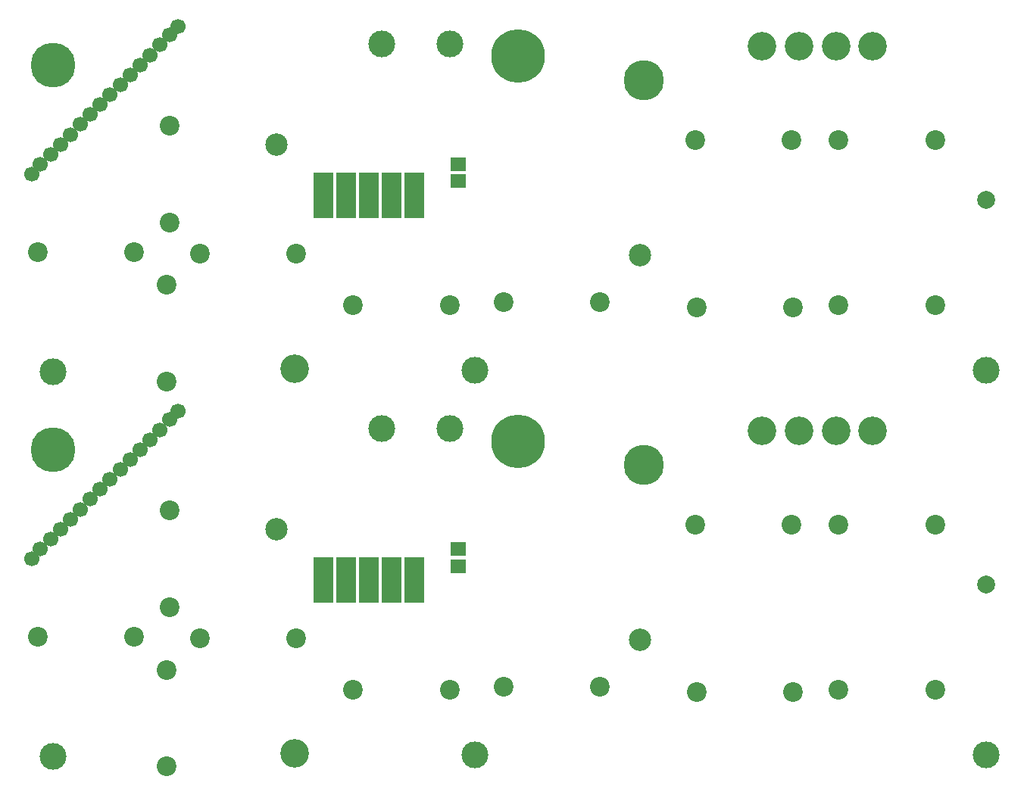
<source format=gbs>
G04 DipTrace 3.3.1.3*
G04 bottom_mask_dendy_gamepad_Remastered_rev2.8.gbs*
%MOMM*%
G04 #@! TF.FileFunction,Soldermask,Bot*
G04 #@! TF.Part,Single*
%AMOUTLINE1*
4,1,4,
-0.85,-0.75,
0.85,-0.75,
0.85,0.75,
-0.85,0.75,
-0.85,-0.75,
0*%
%ADD26C,3.0*%
%ADD31C,5.0*%
%ADD32C,6.0*%
%ADD33C,2.5*%
%ADD34C,2.0*%
%ADD35C,4.5*%
%ADD40C,3.2*%
%ADD42R,2.2X5.2*%
%ADD44C,1.7*%
%ADD46C,3.2*%
%ADD50C,2.2*%
%ADD55OUTLINE1*%
%FSLAX35Y35*%
G04*
G71*
G90*
G75*
G01*
G04 BotMask*
%LPD*%
D50*
X10129080Y2079613D3*
X11208580D3*
X9621013Y2047813D3*
X8541513D3*
D55*
X5874133Y3651403D3*
Y3461403D3*
D50*
X2619387Y1222257D3*
Y2301757D3*
D26*
X11780253Y1349310D3*
D31*
X1349297Y4762740D3*
D26*
X1349283Y1333410D3*
X6064683Y1349310D3*
D32*
X6540997Y4858000D3*
D26*
X5016783Y5000910D3*
X5778883D3*
D33*
X7906383Y2635310D3*
X3841983Y3873710D3*
D34*
X11780283Y3254510D3*
D35*
X7953983Y4588110D3*
D50*
X1174640Y2667050D3*
X2254140D3*
D46*
X10097330Y4969187D3*
X10510123D3*
D44*
X1206393Y3651403D3*
X1428667Y3873677D3*
X1539803Y3984813D3*
X1984350Y4429360D3*
X1762077Y4207087D3*
X1873213Y4318223D3*
X2095487Y4540497D3*
X2206623Y4651633D3*
X2317760Y4762770D3*
X1650940Y4095950D3*
X2428897Y4873907D3*
X2540033Y4985043D3*
X1111133Y3540267D3*
X2651170Y5096180D3*
D46*
X9684537Y4969187D3*
D44*
X2746430Y5191440D3*
D46*
X9271740Y4969167D3*
D42*
X5381957Y3302117D3*
X5127957D3*
X4873957D3*
X4619957D3*
X4365850D3*
D40*
X4048320Y1365183D3*
D44*
X1317530Y3762540D3*
D50*
X4064180Y2651127D3*
X2984680D3*
X5778860Y2079567D3*
X4699360D3*
X6382187Y2111367D3*
X7461687D3*
X10129080Y3921307D3*
X11208580D3*
X8525537D3*
X9605037D3*
X2651187Y4080043D3*
Y3000543D3*
X10129080Y6382210D3*
X11208580D3*
X9621013Y6350410D3*
X8541513D3*
D55*
X5874133Y7954000D3*
Y7764000D3*
D50*
X2619387Y5524853D3*
Y6604353D3*
D26*
X11780253Y5651907D3*
D31*
X1349297Y9065337D3*
D26*
X1349283Y5636007D3*
X6064683Y5651907D3*
D32*
X6540997Y9160597D3*
D26*
X5016783Y9303507D3*
X5778883D3*
D33*
X7906383Y6937907D3*
X3841983Y8176307D3*
D34*
X11780283Y7557107D3*
D35*
X7953983Y8890707D3*
D50*
X1174640Y6969647D3*
X2254140D3*
D46*
X10097330Y9271783D3*
X10510123D3*
D44*
X1206393Y7954000D3*
X1428667Y8176273D3*
X1539803Y8287410D3*
X1984350Y8731957D3*
X1762077Y8509683D3*
X1873213Y8620820D3*
X2095487Y8843093D3*
X2206623Y8954230D3*
X2317760Y9065367D3*
X1650940Y8398547D3*
X2428897Y9176503D3*
X2540033Y9287640D3*
X1111133Y7842863D3*
X2651170Y9398777D3*
D46*
X9684537Y9271783D3*
D44*
X2746430Y9494037D3*
D46*
X9271740Y9271763D3*
D42*
X5381957Y7604713D3*
X5127957D3*
X4873957D3*
X4619957D3*
X4365850D3*
D40*
X4048320Y5667780D3*
D44*
X1317530Y8065137D3*
D50*
X4064180Y6953723D3*
X2984680D3*
X5778860Y6382163D3*
X4699360D3*
X6382187Y6413963D3*
X7461687D3*
X10129080Y8223903D3*
X11208580D3*
X8525537D3*
X9605037D3*
X2651187Y8382640D3*
Y7303140D3*
M02*

</source>
